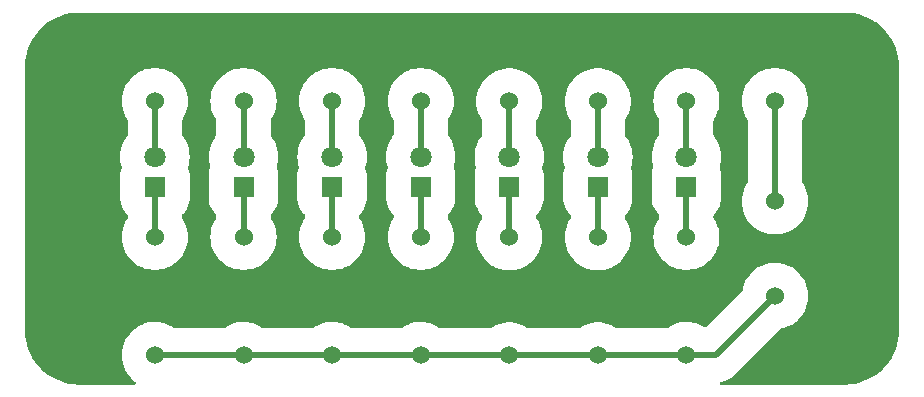
<source format=gbr>
%TF.GenerationSoftware,KiCad,Pcbnew,8.0.1-rc1*%
%TF.CreationDate,2024-04-18T22:38:37-05:00*%
%TF.ProjectId,Emotion LED,456d6f74-696f-46e2-904c-45442e6b6963,rev?*%
%TF.SameCoordinates,Original*%
%TF.FileFunction,Copper,L2,Bot*%
%TF.FilePolarity,Positive*%
%FSLAX46Y46*%
G04 Gerber Fmt 4.6, Leading zero omitted, Abs format (unit mm)*
G04 Created by KiCad (PCBNEW 8.0.1-rc1) date 2024-04-18 22:38:37*
%MOMM*%
%LPD*%
G01*
G04 APERTURE LIST*
%TA.AperFunction,ComponentPad*%
%ADD10C,1.524000*%
%TD*%
%TA.AperFunction,ComponentPad*%
%ADD11C,1.800000*%
%TD*%
%TA.AperFunction,ComponentPad*%
%ADD12R,1.800000X1.800000*%
%TD*%
%TA.AperFunction,Conductor*%
%ADD13C,0.508000*%
%TD*%
G04 APERTURE END LIST*
D10*
%TO.P,,1*%
%TO.N,N/C*%
X99500000Y-42000000D03*
%TD*%
%TO.P,,1*%
%TO.N,N/C*%
X99500000Y-50000000D03*
%TD*%
%TO.P,REF\u002A\u002A,1*%
%TO.N,N/C*%
X47000000Y-45000000D03*
%TO.P,REF\u002A\u002A,2*%
X47000000Y-55000000D03*
%TD*%
D11*
%TO.P,REF\u002A\u002A,2*%
%TO.N,N/C*%
X77000000Y-38235000D03*
D12*
%TO.P,REF\u002A\u002A,1*%
X77000000Y-40775000D03*
%TD*%
D10*
%TO.P,REF\u002A\u002A,2*%
%TO.N,N/C*%
X84500000Y-55025000D03*
%TO.P,REF\u002A\u002A,1*%
X84500000Y-45025000D03*
%TD*%
%TO.P,REF\u002A\u002A,2*%
%TO.N,N/C*%
X69500000Y-55000000D03*
%TO.P,REF\u002A\u002A,1*%
X69500000Y-45000000D03*
%TD*%
D11*
%TO.P,REF\u002A\u002A,2*%
%TO.N,N/C*%
X84500000Y-38235000D03*
D12*
%TO.P,REF\u002A\u002A,1*%
X84500000Y-40775000D03*
%TD*%
%TO.P,REF\u002A\u002A,1*%
%TO.N,N/C*%
X47000000Y-40750000D03*
D11*
%TO.P,REF\u002A\u002A,2*%
X47000000Y-38210000D03*
%TD*%
D10*
%TO.P,REF\u002A\u002A,2*%
%TO.N,N/C*%
X62000000Y-55000000D03*
%TO.P,REF\u002A\u002A,1*%
X62000000Y-45000000D03*
%TD*%
%TO.P,,2*%
%TO.N,N/C*%
X99500000Y-33500000D03*
%TD*%
%TO.P,,1*%
%TO.N,N/C*%
X69500000Y-33500000D03*
%TD*%
%TO.P,,1*%
%TO.N,N/C*%
X62000000Y-33500000D03*
%TD*%
%TO.P,,1*%
%TO.N,N/C*%
X47000000Y-33500000D03*
%TD*%
D12*
%TO.P,REF\u002A\u002A,1*%
%TO.N,N/C*%
X62000000Y-40750000D03*
D11*
%TO.P,REF\u002A\u002A,2*%
X62000000Y-38210000D03*
%TD*%
D10*
%TO.P,,1*%
%TO.N,N/C*%
X84500000Y-33525000D03*
%TD*%
%TO.P,,1*%
%TO.N,N/C*%
X77000000Y-33525000D03*
%TD*%
%TO.P,,1*%
%TO.N,N/C*%
X54500000Y-33500000D03*
%TD*%
D11*
%TO.P,REF\u002A\u002A,2*%
%TO.N,N/C*%
X92000000Y-38210000D03*
D12*
%TO.P,REF\u002A\u002A,1*%
X92000000Y-40750000D03*
%TD*%
D11*
%TO.P,REF\u002A\u002A,2*%
%TO.N,N/C*%
X69500000Y-38210000D03*
D12*
%TO.P,REF\u002A\u002A,1*%
X69500000Y-40750000D03*
%TD*%
D10*
%TO.P,,1*%
%TO.N,N/C*%
X92000000Y-33500000D03*
%TD*%
D12*
%TO.P,REF\u002A\u002A,1*%
%TO.N,N/C*%
X54500000Y-40750000D03*
D11*
%TO.P,REF\u002A\u002A,2*%
X54500000Y-38210000D03*
%TD*%
D10*
%TO.P,REF\u002A\u002A,2*%
%TO.N,N/C*%
X77000000Y-55025000D03*
%TO.P,REF\u002A\u002A,1*%
X77000000Y-45025000D03*
%TD*%
%TO.P,REF\u002A\u002A,1*%
%TO.N,N/C*%
X54500000Y-45000000D03*
%TO.P,REF\u002A\u002A,2*%
X54500000Y-55000000D03*
%TD*%
%TO.P,REF\u002A\u002A,2*%
%TO.N,N/C*%
X92000000Y-55000000D03*
%TO.P,REF\u002A\u002A,1*%
X92000000Y-45000000D03*
%TD*%
D13*
%TO.N,*%
X77000000Y-33525000D02*
X77000000Y-38235000D01*
X99500000Y-33500000D02*
X99500000Y-42000000D01*
X94500000Y-55000000D02*
X99500000Y-50000000D01*
X92000000Y-55000000D02*
X94500000Y-55000000D01*
X47000000Y-55000000D02*
X92000000Y-55000000D01*
X77000000Y-40775000D02*
X77000000Y-45025000D01*
X47000000Y-40750000D02*
X47000000Y-45000000D01*
X69500000Y-40750000D02*
X69500000Y-45000000D01*
X92000000Y-38210000D02*
X92000000Y-33500000D01*
X84500000Y-40775000D02*
X84500000Y-45025000D01*
X54500000Y-38210000D02*
X54500000Y-33500000D01*
X54500000Y-40750000D02*
X54500000Y-45000000D01*
X62000000Y-38210000D02*
X62000000Y-33500000D01*
X62000000Y-40750000D02*
X62000000Y-45000000D01*
X92000000Y-40750000D02*
X92000000Y-45000000D01*
X47000000Y-38210000D02*
X47000000Y-33500000D01*
X84500000Y-38235000D02*
X84500000Y-33525000D01*
X69500000Y-38210000D02*
X69500000Y-33500000D01*
%TD*%
%TA.AperFunction,Conductor*%
%TO.N,GRD*%
G36*
X105422702Y-26000618D02*
G01*
X105435819Y-26001190D01*
X105813742Y-26017690D01*
X105824477Y-26018630D01*
X106209859Y-26069366D01*
X106220493Y-26071241D01*
X106599990Y-26155374D01*
X106610416Y-26158168D01*
X106981135Y-26275055D01*
X106991270Y-26278744D01*
X107350387Y-26427495D01*
X107360178Y-26432061D01*
X107704942Y-26611534D01*
X107714309Y-26616941D01*
X107984434Y-26789030D01*
X108042130Y-26825786D01*
X108050991Y-26831991D01*
X108359353Y-27068605D01*
X108367640Y-27075559D01*
X108654204Y-27338146D01*
X108661853Y-27345795D01*
X108924440Y-27632359D01*
X108931394Y-27640646D01*
X109168008Y-27949008D01*
X109174213Y-27957869D01*
X109383057Y-28285689D01*
X109388465Y-28295057D01*
X109567935Y-28639814D01*
X109572507Y-28649618D01*
X109721249Y-29008714D01*
X109724949Y-29018879D01*
X109841828Y-29389572D01*
X109844628Y-29400021D01*
X109928756Y-29779498D01*
X109930634Y-29790151D01*
X109981367Y-30175499D01*
X109982310Y-30186276D01*
X109999382Y-30577297D01*
X109999500Y-30582706D01*
X109999500Y-52917293D01*
X109999382Y-52922702D01*
X109982310Y-53313723D01*
X109981367Y-53324500D01*
X109930634Y-53709848D01*
X109928756Y-53720501D01*
X109844628Y-54099978D01*
X109841828Y-54110427D01*
X109724949Y-54481120D01*
X109721249Y-54491285D01*
X109572507Y-54850381D01*
X109567935Y-54860185D01*
X109388465Y-55204942D01*
X109383057Y-55214310D01*
X109174213Y-55542130D01*
X109168008Y-55550991D01*
X108931394Y-55859353D01*
X108924440Y-55867640D01*
X108661853Y-56154204D01*
X108654204Y-56161853D01*
X108367640Y-56424440D01*
X108359353Y-56431394D01*
X108050991Y-56668008D01*
X108042130Y-56674213D01*
X107714310Y-56883057D01*
X107704942Y-56888465D01*
X107360185Y-57067935D01*
X107350381Y-57072507D01*
X106991285Y-57221249D01*
X106981120Y-57224949D01*
X106610427Y-57341828D01*
X106599978Y-57344628D01*
X106220501Y-57428756D01*
X106209848Y-57430634D01*
X105824500Y-57481367D01*
X105813723Y-57482310D01*
X105422703Y-57499382D01*
X105417294Y-57499500D01*
X94923840Y-57499500D01*
X94856801Y-57479815D01*
X94811046Y-57427011D01*
X94801102Y-57357853D01*
X94830127Y-57294297D01*
X94888905Y-57256523D01*
X94907652Y-57252561D01*
X94947031Y-57247377D01*
X95236549Y-57169802D01*
X95398761Y-57102610D01*
X95513463Y-57055100D01*
X95773037Y-56905234D01*
X96010829Y-56722770D01*
X96222770Y-56510829D01*
X99949168Y-52784429D01*
X100008248Y-52751455D01*
X100302830Y-52681639D01*
X100608721Y-52570304D01*
X100608724Y-52570302D01*
X100608728Y-52570301D01*
X100899610Y-52424213D01*
X100899612Y-52424212D01*
X100899611Y-52424212D01*
X100899618Y-52424209D01*
X101171588Y-52245332D01*
X101174021Y-52243291D01*
X101269431Y-52163230D01*
X101420952Y-52036090D01*
X101644339Y-51799314D01*
X101838728Y-51538205D01*
X102001489Y-51256295D01*
X102130421Y-50957395D01*
X102223782Y-50645548D01*
X102280309Y-50324971D01*
X102299236Y-50000000D01*
X102280309Y-49675029D01*
X102223785Y-49354467D01*
X102223785Y-49354466D01*
X102223783Y-49354460D01*
X102223782Y-49354452D01*
X102130421Y-49042605D01*
X102001489Y-48743705D01*
X101838728Y-48461795D01*
X101838727Y-48461793D01*
X101644342Y-48200689D01*
X101644337Y-48200683D01*
X101536322Y-48086195D01*
X101420952Y-47963910D01*
X101420945Y-47963904D01*
X101420943Y-47963902D01*
X101171592Y-47754670D01*
X100899612Y-47575787D01*
X100899610Y-47575786D01*
X100608728Y-47429698D01*
X100608722Y-47429696D01*
X100302831Y-47318361D01*
X100302829Y-47318360D01*
X100061151Y-47261082D01*
X99986082Y-47243291D01*
X99662761Y-47205500D01*
X99337239Y-47205500D01*
X99013918Y-47243291D01*
X98697170Y-47318360D01*
X98697168Y-47318361D01*
X98391277Y-47429696D01*
X98391271Y-47429698D01*
X98100389Y-47575786D01*
X98100387Y-47575787D01*
X97828407Y-47754670D01*
X97579056Y-47963902D01*
X97579046Y-47963912D01*
X97355662Y-48200683D01*
X97355657Y-48200689D01*
X97161272Y-48461793D01*
X96998513Y-48743700D01*
X96998507Y-48743713D01*
X96869578Y-49042605D01*
X96776217Y-49354455D01*
X96776214Y-49354467D01*
X96753949Y-49480737D01*
X96722922Y-49543340D01*
X96719514Y-49546885D01*
X93646582Y-52619817D01*
X93585259Y-52653302D01*
X93515567Y-52648318D01*
X93490762Y-52635737D01*
X93399612Y-52575787D01*
X93399610Y-52575786D01*
X93108728Y-52429698D01*
X93108722Y-52429696D01*
X92802831Y-52318361D01*
X92802829Y-52318360D01*
X92561151Y-52261082D01*
X92486082Y-52243291D01*
X92162761Y-52205500D01*
X91837239Y-52205500D01*
X91513918Y-52243291D01*
X91197170Y-52318360D01*
X91197168Y-52318361D01*
X90891277Y-52429696D01*
X90891271Y-52429698D01*
X90600389Y-52575786D01*
X90600387Y-52575787D01*
X90422020Y-52693101D01*
X90355192Y-52713493D01*
X90353881Y-52713500D01*
X86108108Y-52713500D01*
X86041069Y-52693815D01*
X86039969Y-52693101D01*
X85899612Y-52600787D01*
X85899610Y-52600786D01*
X85608728Y-52454698D01*
X85608722Y-52454696D01*
X85302831Y-52343361D01*
X85302829Y-52343360D01*
X85061151Y-52286082D01*
X84986082Y-52268291D01*
X84662761Y-52230500D01*
X84337239Y-52230500D01*
X84013918Y-52268291D01*
X83697170Y-52343360D01*
X83697168Y-52343361D01*
X83391277Y-52454696D01*
X83391271Y-52454698D01*
X83100389Y-52600786D01*
X83100387Y-52600787D01*
X82960031Y-52693101D01*
X82893203Y-52713493D01*
X82891892Y-52713500D01*
X78608108Y-52713500D01*
X78541069Y-52693815D01*
X78539969Y-52693101D01*
X78399612Y-52600787D01*
X78399610Y-52600786D01*
X78108728Y-52454698D01*
X78108722Y-52454696D01*
X77802831Y-52343361D01*
X77802829Y-52343360D01*
X77561151Y-52286082D01*
X77486082Y-52268291D01*
X77162761Y-52230500D01*
X76837239Y-52230500D01*
X76513918Y-52268291D01*
X76197170Y-52343360D01*
X76197168Y-52343361D01*
X75891277Y-52454696D01*
X75891271Y-52454698D01*
X75600389Y-52600786D01*
X75600387Y-52600787D01*
X75460031Y-52693101D01*
X75393203Y-52713493D01*
X75391892Y-52713500D01*
X71146119Y-52713500D01*
X71079080Y-52693815D01*
X71077980Y-52693101D01*
X70899612Y-52575787D01*
X70899610Y-52575786D01*
X70608728Y-52429698D01*
X70608722Y-52429696D01*
X70302831Y-52318361D01*
X70302829Y-52318360D01*
X70061151Y-52261082D01*
X69986082Y-52243291D01*
X69662761Y-52205500D01*
X69337239Y-52205500D01*
X69013918Y-52243291D01*
X68697170Y-52318360D01*
X68697168Y-52318361D01*
X68391277Y-52429696D01*
X68391271Y-52429698D01*
X68100389Y-52575786D01*
X68100387Y-52575787D01*
X67922020Y-52693101D01*
X67855192Y-52713493D01*
X67853881Y-52713500D01*
X63646119Y-52713500D01*
X63579080Y-52693815D01*
X63577980Y-52693101D01*
X63399612Y-52575787D01*
X63399610Y-52575786D01*
X63108728Y-52429698D01*
X63108722Y-52429696D01*
X62802831Y-52318361D01*
X62802829Y-52318360D01*
X62561151Y-52261082D01*
X62486082Y-52243291D01*
X62162761Y-52205500D01*
X61837239Y-52205500D01*
X61513918Y-52243291D01*
X61197170Y-52318360D01*
X61197168Y-52318361D01*
X60891277Y-52429696D01*
X60891271Y-52429698D01*
X60600389Y-52575786D01*
X60600387Y-52575787D01*
X60422020Y-52693101D01*
X60355192Y-52713493D01*
X60353881Y-52713500D01*
X56146119Y-52713500D01*
X56079080Y-52693815D01*
X56077980Y-52693101D01*
X55899612Y-52575787D01*
X55899610Y-52575786D01*
X55608728Y-52429698D01*
X55608722Y-52429696D01*
X55302831Y-52318361D01*
X55302829Y-52318360D01*
X55061151Y-52261082D01*
X54986082Y-52243291D01*
X54662761Y-52205500D01*
X54337239Y-52205500D01*
X54013918Y-52243291D01*
X53697170Y-52318360D01*
X53697168Y-52318361D01*
X53391277Y-52429696D01*
X53391271Y-52429698D01*
X53100389Y-52575786D01*
X53100387Y-52575787D01*
X52922020Y-52693101D01*
X52855192Y-52713493D01*
X52853881Y-52713500D01*
X48646119Y-52713500D01*
X48579080Y-52693815D01*
X48577980Y-52693101D01*
X48399612Y-52575787D01*
X48399610Y-52575786D01*
X48108728Y-52429698D01*
X48108722Y-52429696D01*
X47802831Y-52318361D01*
X47802829Y-52318360D01*
X47561151Y-52261082D01*
X47486082Y-52243291D01*
X47162761Y-52205500D01*
X46837239Y-52205500D01*
X46513918Y-52243291D01*
X46197170Y-52318360D01*
X46197168Y-52318361D01*
X45891277Y-52429696D01*
X45891271Y-52429698D01*
X45600389Y-52575786D01*
X45600387Y-52575787D01*
X45328407Y-52754670D01*
X45079056Y-52963902D01*
X45079046Y-52963912D01*
X44855662Y-53200683D01*
X44855657Y-53200689D01*
X44661272Y-53461793D01*
X44498513Y-53743700D01*
X44498507Y-53743713D01*
X44369578Y-54042605D01*
X44276217Y-54354455D01*
X44276214Y-54354466D01*
X44219692Y-54675020D01*
X44219691Y-54675028D01*
X44200764Y-54999996D01*
X44200764Y-55000003D01*
X44219691Y-55324971D01*
X44219692Y-55324979D01*
X44276214Y-55645533D01*
X44276217Y-55645544D01*
X44369578Y-55957394D01*
X44498507Y-56256286D01*
X44498513Y-56256299D01*
X44661272Y-56538206D01*
X44855657Y-56799310D01*
X44855662Y-56799316D01*
X44955595Y-56905238D01*
X45079048Y-57036090D01*
X45079054Y-57036095D01*
X45079056Y-57036097D01*
X45328409Y-57245330D01*
X45328417Y-57245336D01*
X45368805Y-57271900D01*
X45413999Y-57325185D01*
X45423210Y-57394445D01*
X45393515Y-57457690D01*
X45334340Y-57494840D01*
X45300666Y-57499500D01*
X40582706Y-57499500D01*
X40577297Y-57499382D01*
X40186276Y-57482310D01*
X40175501Y-57481367D01*
X40086792Y-57469688D01*
X39790151Y-57430634D01*
X39779498Y-57428756D01*
X39400021Y-57344628D01*
X39389572Y-57341828D01*
X39018879Y-57224949D01*
X39008714Y-57221249D01*
X38649618Y-57072507D01*
X38639814Y-57067935D01*
X38295057Y-56888465D01*
X38285689Y-56883057D01*
X37957869Y-56674213D01*
X37949008Y-56668008D01*
X37640646Y-56431394D01*
X37632359Y-56424440D01*
X37345795Y-56161853D01*
X37338146Y-56154204D01*
X37075559Y-55867640D01*
X37068605Y-55859353D01*
X36831991Y-55550991D01*
X36825786Y-55542130D01*
X36616942Y-55214310D01*
X36611534Y-55204942D01*
X36504849Y-55000003D01*
X36432061Y-54860178D01*
X36427492Y-54850381D01*
X36278744Y-54491270D01*
X36275055Y-54481135D01*
X36158168Y-54110416D01*
X36155374Y-54099990D01*
X36071241Y-53720493D01*
X36069365Y-53709848D01*
X36018630Y-53324477D01*
X36017690Y-53313742D01*
X36000618Y-52922701D01*
X36000500Y-52917293D01*
X36000500Y-38210003D01*
X44062530Y-38210003D01*
X44082392Y-38551019D01*
X44082393Y-38551030D01*
X44141707Y-38887417D01*
X44141709Y-38887425D01*
X44193887Y-39061711D01*
X44194256Y-39131580D01*
X44193678Y-39133529D01*
X44114756Y-39391673D01*
X44070290Y-39672415D01*
X44070289Y-39672427D01*
X44067500Y-39736324D01*
X44067500Y-41763675D01*
X44070289Y-41827572D01*
X44070290Y-41827584D01*
X44114756Y-42108326D01*
X44197863Y-42380159D01*
X44317994Y-42637780D01*
X44317997Y-42637785D01*
X44472805Y-42876169D01*
X44472811Y-42876177D01*
X44659298Y-43090707D01*
X44670850Y-43100748D01*
X44708532Y-43159585D01*
X44713500Y-43194333D01*
X44713500Y-43350551D01*
X44693815Y-43417590D01*
X44688964Y-43424598D01*
X44661269Y-43461798D01*
X44661269Y-43461799D01*
X44498513Y-43743700D01*
X44498507Y-43743713D01*
X44369578Y-44042605D01*
X44276217Y-44354455D01*
X44276214Y-44354466D01*
X44219692Y-44675020D01*
X44219691Y-44675028D01*
X44200764Y-44999996D01*
X44200764Y-45000003D01*
X44219691Y-45324971D01*
X44219692Y-45324979D01*
X44276214Y-45645533D01*
X44276217Y-45645544D01*
X44369578Y-45957394D01*
X44498507Y-46256286D01*
X44498513Y-46256299D01*
X44661272Y-46538206D01*
X44855657Y-46799310D01*
X44855662Y-46799316D01*
X44879247Y-46824314D01*
X45079048Y-47036090D01*
X45079054Y-47036095D01*
X45079056Y-47036097D01*
X45328407Y-47245329D01*
X45600387Y-47424212D01*
X45600389Y-47424213D01*
X45891271Y-47570301D01*
X45891277Y-47570303D01*
X45891279Y-47570304D01*
X46197170Y-47681639D01*
X46513918Y-47756709D01*
X46837239Y-47794500D01*
X46837246Y-47794500D01*
X47162754Y-47794500D01*
X47162761Y-47794500D01*
X47486082Y-47756709D01*
X47802830Y-47681639D01*
X48108721Y-47570304D01*
X48108724Y-47570302D01*
X48108728Y-47570301D01*
X48399610Y-47424213D01*
X48399612Y-47424212D01*
X48399611Y-47424212D01*
X48399618Y-47424209D01*
X48671588Y-47245332D01*
X48674021Y-47243291D01*
X48769431Y-47163230D01*
X48920952Y-47036090D01*
X49144339Y-46799314D01*
X49338728Y-46538205D01*
X49501489Y-46256295D01*
X49630421Y-45957395D01*
X49723782Y-45645548D01*
X49780309Y-45324971D01*
X49799236Y-45000000D01*
X49780309Y-44675029D01*
X49736083Y-44424212D01*
X49723785Y-44354466D01*
X49723783Y-44354460D01*
X49723782Y-44354452D01*
X49630421Y-44042605D01*
X49501489Y-43743705D01*
X49338728Y-43461795D01*
X49311035Y-43424597D01*
X49286793Y-43359069D01*
X49286500Y-43350551D01*
X49286500Y-43194333D01*
X49306185Y-43127294D01*
X49329150Y-43100748D01*
X49340701Y-43090707D01*
X49340704Y-43090704D01*
X49527190Y-42876176D01*
X49682005Y-42637782D01*
X49802136Y-42380161D01*
X49885243Y-42108329D01*
X49929710Y-41827577D01*
X49932500Y-41763674D01*
X49932500Y-39736326D01*
X49929710Y-39672423D01*
X49889203Y-39416676D01*
X49885244Y-39391676D01*
X49885243Y-39391673D01*
X49885243Y-39391671D01*
X49806319Y-39133524D01*
X49805544Y-39063664D01*
X49806072Y-39061842D01*
X49858290Y-38887427D01*
X49917608Y-38551019D01*
X49937470Y-38210003D01*
X51562530Y-38210003D01*
X51582392Y-38551019D01*
X51582393Y-38551030D01*
X51641707Y-38887417D01*
X51641709Y-38887425D01*
X51693887Y-39061711D01*
X51694256Y-39131580D01*
X51693678Y-39133529D01*
X51614756Y-39391673D01*
X51570290Y-39672415D01*
X51570289Y-39672427D01*
X51567500Y-39736324D01*
X51567500Y-41763675D01*
X51570289Y-41827572D01*
X51570290Y-41827584D01*
X51614756Y-42108326D01*
X51697863Y-42380159D01*
X51817994Y-42637780D01*
X51817997Y-42637785D01*
X51972805Y-42876169D01*
X51972811Y-42876177D01*
X52159298Y-43090707D01*
X52170850Y-43100748D01*
X52208532Y-43159585D01*
X52213500Y-43194333D01*
X52213500Y-43350551D01*
X52193815Y-43417590D01*
X52188964Y-43424598D01*
X52161269Y-43461798D01*
X52161269Y-43461799D01*
X51998513Y-43743700D01*
X51998507Y-43743713D01*
X51869578Y-44042605D01*
X51776217Y-44354455D01*
X51776214Y-44354466D01*
X51719692Y-44675020D01*
X51719691Y-44675028D01*
X51700764Y-44999996D01*
X51700764Y-45000003D01*
X51719691Y-45324971D01*
X51719692Y-45324979D01*
X51776214Y-45645533D01*
X51776217Y-45645544D01*
X51869578Y-45957394D01*
X51998507Y-46256286D01*
X51998513Y-46256299D01*
X52161272Y-46538206D01*
X52355657Y-46799310D01*
X52355662Y-46799316D01*
X52379247Y-46824314D01*
X52579048Y-47036090D01*
X52579054Y-47036095D01*
X52579056Y-47036097D01*
X52828407Y-47245329D01*
X53100387Y-47424212D01*
X53100389Y-47424213D01*
X53391271Y-47570301D01*
X53391277Y-47570303D01*
X53391279Y-47570304D01*
X53697170Y-47681639D01*
X54013918Y-47756709D01*
X54337239Y-47794500D01*
X54337246Y-47794500D01*
X54662754Y-47794500D01*
X54662761Y-47794500D01*
X54986082Y-47756709D01*
X55302830Y-47681639D01*
X55608721Y-47570304D01*
X55608724Y-47570302D01*
X55608728Y-47570301D01*
X55899610Y-47424213D01*
X55899612Y-47424212D01*
X55899611Y-47424212D01*
X55899618Y-47424209D01*
X56171588Y-47245332D01*
X56174021Y-47243291D01*
X56269431Y-47163230D01*
X56420952Y-47036090D01*
X56644339Y-46799314D01*
X56838728Y-46538205D01*
X57001489Y-46256295D01*
X57130421Y-45957395D01*
X57223782Y-45645548D01*
X57280309Y-45324971D01*
X57299236Y-45000000D01*
X57280309Y-44675029D01*
X57236083Y-44424212D01*
X57223785Y-44354466D01*
X57223783Y-44354460D01*
X57223782Y-44354452D01*
X57130421Y-44042605D01*
X57001489Y-43743705D01*
X56838728Y-43461795D01*
X56811035Y-43424597D01*
X56786793Y-43359069D01*
X56786500Y-43350551D01*
X56786500Y-43194333D01*
X56806185Y-43127294D01*
X56829150Y-43100748D01*
X56840701Y-43090707D01*
X56840704Y-43090704D01*
X57027190Y-42876176D01*
X57182005Y-42637782D01*
X57302136Y-42380161D01*
X57385243Y-42108329D01*
X57429710Y-41827577D01*
X57432500Y-41763674D01*
X57432500Y-39736326D01*
X57429710Y-39672423D01*
X57389203Y-39416676D01*
X57385244Y-39391676D01*
X57385243Y-39391673D01*
X57385243Y-39391671D01*
X57306319Y-39133524D01*
X57305544Y-39063664D01*
X57306072Y-39061842D01*
X57358290Y-38887427D01*
X57417608Y-38551019D01*
X57437470Y-38210003D01*
X59062530Y-38210003D01*
X59082392Y-38551019D01*
X59082393Y-38551030D01*
X59141707Y-38887417D01*
X59141709Y-38887425D01*
X59193887Y-39061711D01*
X59194256Y-39131580D01*
X59193678Y-39133529D01*
X59114756Y-39391673D01*
X59070290Y-39672415D01*
X59070289Y-39672427D01*
X59067500Y-39736324D01*
X59067500Y-41763675D01*
X59070289Y-41827572D01*
X59070290Y-41827584D01*
X59114756Y-42108326D01*
X59197863Y-42380159D01*
X59317994Y-42637780D01*
X59317997Y-42637785D01*
X59472805Y-42876169D01*
X59472811Y-42876177D01*
X59659298Y-43090707D01*
X59670850Y-43100748D01*
X59708532Y-43159585D01*
X59713500Y-43194333D01*
X59713500Y-43350551D01*
X59693815Y-43417590D01*
X59688964Y-43424598D01*
X59661269Y-43461798D01*
X59661269Y-43461799D01*
X59498513Y-43743700D01*
X59498507Y-43743713D01*
X59369578Y-44042605D01*
X59276217Y-44354455D01*
X59276214Y-44354466D01*
X59219692Y-44675020D01*
X59219691Y-44675028D01*
X59200764Y-44999996D01*
X59200764Y-45000003D01*
X59219691Y-45324971D01*
X59219692Y-45324979D01*
X59276214Y-45645533D01*
X59276217Y-45645544D01*
X59369578Y-45957394D01*
X59498507Y-46256286D01*
X59498513Y-46256299D01*
X59661272Y-46538206D01*
X59855657Y-46799310D01*
X59855662Y-46799316D01*
X59879247Y-46824314D01*
X60079048Y-47036090D01*
X60079054Y-47036095D01*
X60079056Y-47036097D01*
X60328407Y-47245329D01*
X60600387Y-47424212D01*
X60600389Y-47424213D01*
X60891271Y-47570301D01*
X60891277Y-47570303D01*
X60891279Y-47570304D01*
X61197170Y-47681639D01*
X61513918Y-47756709D01*
X61837239Y-47794500D01*
X61837246Y-47794500D01*
X62162754Y-47794500D01*
X62162761Y-47794500D01*
X62486082Y-47756709D01*
X62802830Y-47681639D01*
X63108721Y-47570304D01*
X63108724Y-47570302D01*
X63108728Y-47570301D01*
X63399610Y-47424213D01*
X63399612Y-47424212D01*
X63399611Y-47424212D01*
X63399618Y-47424209D01*
X63671588Y-47245332D01*
X63674021Y-47243291D01*
X63769431Y-47163230D01*
X63920952Y-47036090D01*
X64144339Y-46799314D01*
X64338728Y-46538205D01*
X64501489Y-46256295D01*
X64630421Y-45957395D01*
X64723782Y-45645548D01*
X64780309Y-45324971D01*
X64799236Y-45000000D01*
X64780309Y-44675029D01*
X64736083Y-44424212D01*
X64723785Y-44354466D01*
X64723783Y-44354460D01*
X64723782Y-44354452D01*
X64630421Y-44042605D01*
X64501489Y-43743705D01*
X64338728Y-43461795D01*
X64311035Y-43424597D01*
X64286793Y-43359069D01*
X64286500Y-43350551D01*
X64286500Y-43194333D01*
X64306185Y-43127294D01*
X64329150Y-43100748D01*
X64340701Y-43090707D01*
X64340704Y-43090704D01*
X64527190Y-42876176D01*
X64682005Y-42637782D01*
X64802136Y-42380161D01*
X64885243Y-42108329D01*
X64929710Y-41827577D01*
X64932500Y-41763674D01*
X64932500Y-39736326D01*
X64929710Y-39672423D01*
X64889203Y-39416676D01*
X64885244Y-39391676D01*
X64885243Y-39391673D01*
X64885243Y-39391671D01*
X64806319Y-39133524D01*
X64805544Y-39063664D01*
X64806072Y-39061842D01*
X64858290Y-38887427D01*
X64917608Y-38551019D01*
X64937470Y-38210003D01*
X66562530Y-38210003D01*
X66582392Y-38551019D01*
X66582393Y-38551030D01*
X66641707Y-38887417D01*
X66641709Y-38887425D01*
X66693887Y-39061711D01*
X66694256Y-39131580D01*
X66693678Y-39133529D01*
X66614756Y-39391673D01*
X66570290Y-39672415D01*
X66570289Y-39672427D01*
X66567500Y-39736324D01*
X66567500Y-41763675D01*
X66570289Y-41827572D01*
X66570290Y-41827584D01*
X66614756Y-42108326D01*
X66697863Y-42380159D01*
X66817994Y-42637780D01*
X66817997Y-42637785D01*
X66972805Y-42876169D01*
X66972811Y-42876177D01*
X67159298Y-43090707D01*
X67170850Y-43100748D01*
X67208532Y-43159585D01*
X67213500Y-43194333D01*
X67213500Y-43350551D01*
X67193815Y-43417590D01*
X67188964Y-43424598D01*
X67161269Y-43461798D01*
X67161269Y-43461799D01*
X66998513Y-43743700D01*
X66998507Y-43743713D01*
X66869578Y-44042605D01*
X66776217Y-44354455D01*
X66776214Y-44354466D01*
X66719692Y-44675020D01*
X66719691Y-44675028D01*
X66700764Y-44999996D01*
X66700764Y-45000003D01*
X66719691Y-45324971D01*
X66719692Y-45324979D01*
X66776214Y-45645533D01*
X66776217Y-45645544D01*
X66869578Y-45957394D01*
X66998507Y-46256286D01*
X66998513Y-46256299D01*
X67161272Y-46538206D01*
X67355657Y-46799310D01*
X67355662Y-46799316D01*
X67379247Y-46824314D01*
X67579048Y-47036090D01*
X67579054Y-47036095D01*
X67579056Y-47036097D01*
X67828407Y-47245329D01*
X68100387Y-47424212D01*
X68100389Y-47424213D01*
X68391271Y-47570301D01*
X68391277Y-47570303D01*
X68391279Y-47570304D01*
X68697170Y-47681639D01*
X69013918Y-47756709D01*
X69337239Y-47794500D01*
X69337246Y-47794500D01*
X69662754Y-47794500D01*
X69662761Y-47794500D01*
X69986082Y-47756709D01*
X70302830Y-47681639D01*
X70608721Y-47570304D01*
X70608724Y-47570302D01*
X70608728Y-47570301D01*
X70899610Y-47424213D01*
X70899612Y-47424212D01*
X70899611Y-47424212D01*
X70899618Y-47424209D01*
X71171588Y-47245332D01*
X71174021Y-47243291D01*
X71269431Y-47163230D01*
X71420952Y-47036090D01*
X71644339Y-46799314D01*
X71838728Y-46538205D01*
X72001489Y-46256295D01*
X72130421Y-45957395D01*
X72223782Y-45645548D01*
X72280309Y-45324971D01*
X72299236Y-45000000D01*
X72280309Y-44675029D01*
X72236083Y-44424212D01*
X72223785Y-44354466D01*
X72223783Y-44354460D01*
X72223782Y-44354452D01*
X72130421Y-44042605D01*
X72001489Y-43743705D01*
X71838728Y-43461795D01*
X71811035Y-43424597D01*
X71786793Y-43359069D01*
X71786500Y-43350551D01*
X71786500Y-43194333D01*
X71806185Y-43127294D01*
X71829150Y-43100748D01*
X71840701Y-43090707D01*
X71840704Y-43090704D01*
X72027190Y-42876176D01*
X72182005Y-42637782D01*
X72302136Y-42380161D01*
X72385243Y-42108329D01*
X72429710Y-41827577D01*
X72432500Y-41763674D01*
X72432500Y-39736326D01*
X72429710Y-39672423D01*
X72389203Y-39416676D01*
X72385244Y-39391676D01*
X72385243Y-39391673D01*
X72385243Y-39391671D01*
X72306319Y-39133524D01*
X72305544Y-39063664D01*
X72306072Y-39061842D01*
X72358290Y-38887427D01*
X72417608Y-38551019D01*
X72436014Y-38235003D01*
X74062530Y-38235003D01*
X74082392Y-38576019D01*
X74082393Y-38576030D01*
X74141707Y-38912417D01*
X74141709Y-38912425D01*
X74193887Y-39086711D01*
X74194256Y-39156580D01*
X74193678Y-39158529D01*
X74114756Y-39416673D01*
X74070290Y-39697415D01*
X74070289Y-39697427D01*
X74067500Y-39761324D01*
X74067500Y-41788675D01*
X74070289Y-41852572D01*
X74070290Y-41852584D01*
X74114756Y-42133326D01*
X74197863Y-42405159D01*
X74317994Y-42662780D01*
X74317997Y-42662785D01*
X74472805Y-42901169D01*
X74472811Y-42901177D01*
X74659298Y-43115707D01*
X74670850Y-43125748D01*
X74708532Y-43184585D01*
X74713500Y-43219333D01*
X74713500Y-43375551D01*
X74693815Y-43442590D01*
X74688964Y-43449598D01*
X74661269Y-43486798D01*
X74661269Y-43486799D01*
X74498513Y-43768700D01*
X74498507Y-43768713D01*
X74369578Y-44067605D01*
X74276217Y-44379455D01*
X74276214Y-44379466D01*
X74219692Y-44700020D01*
X74219691Y-44700028D01*
X74200764Y-45024996D01*
X74200764Y-45025003D01*
X74219691Y-45349971D01*
X74219692Y-45349979D01*
X74276214Y-45670533D01*
X74276217Y-45670544D01*
X74369578Y-45982394D01*
X74498507Y-46281286D01*
X74498513Y-46281299D01*
X74661272Y-46563206D01*
X74855657Y-46824310D01*
X74855662Y-46824316D01*
X74971031Y-46946599D01*
X75079048Y-47061090D01*
X75079054Y-47061095D01*
X75079056Y-47061097D01*
X75328407Y-47270329D01*
X75328412Y-47270332D01*
X75562377Y-47424213D01*
X75600387Y-47449212D01*
X75600389Y-47449213D01*
X75891271Y-47595301D01*
X75891277Y-47595303D01*
X75891279Y-47595304D01*
X76197170Y-47706639D01*
X76513918Y-47781709D01*
X76837239Y-47819500D01*
X76837246Y-47819500D01*
X77162754Y-47819500D01*
X77162761Y-47819500D01*
X77486082Y-47781709D01*
X77802830Y-47706639D01*
X78108721Y-47595304D01*
X78108724Y-47595302D01*
X78108728Y-47595301D01*
X78399610Y-47449213D01*
X78399612Y-47449212D01*
X78399611Y-47449212D01*
X78399618Y-47449209D01*
X78671588Y-47270332D01*
X78701386Y-47245329D01*
X78769431Y-47188230D01*
X78920952Y-47061090D01*
X79144339Y-46824314D01*
X79338728Y-46563205D01*
X79501489Y-46281295D01*
X79630421Y-45982395D01*
X79723782Y-45670548D01*
X79728191Y-45645548D01*
X79745034Y-45550018D01*
X79780309Y-45349971D01*
X79799236Y-45025000D01*
X79780309Y-44700029D01*
X79731675Y-44424213D01*
X79723785Y-44379466D01*
X79723783Y-44379460D01*
X79723782Y-44379452D01*
X79630421Y-44067605D01*
X79501489Y-43768705D01*
X79338728Y-43486795D01*
X79311035Y-43449597D01*
X79286793Y-43384069D01*
X79286500Y-43375551D01*
X79286500Y-43219333D01*
X79306185Y-43152294D01*
X79329150Y-43125748D01*
X79340701Y-43115707D01*
X79353705Y-43100748D01*
X79527190Y-42901176D01*
X79682005Y-42662782D01*
X79802136Y-42405161D01*
X79885243Y-42133329D01*
X79929710Y-41852577D01*
X79932500Y-41788674D01*
X79932500Y-39761326D01*
X79929710Y-39697423D01*
X79925750Y-39672423D01*
X79885244Y-39416676D01*
X79885243Y-39416673D01*
X79885243Y-39416671D01*
X79806319Y-39158524D01*
X79805544Y-39088664D01*
X79806072Y-39086842D01*
X79858290Y-38912427D01*
X79917608Y-38576019D01*
X79937470Y-38235003D01*
X81562530Y-38235003D01*
X81582392Y-38576019D01*
X81582393Y-38576030D01*
X81641707Y-38912417D01*
X81641709Y-38912425D01*
X81693887Y-39086711D01*
X81694256Y-39156580D01*
X81693678Y-39158529D01*
X81614756Y-39416673D01*
X81570290Y-39697415D01*
X81570289Y-39697427D01*
X81567500Y-39761324D01*
X81567500Y-41788675D01*
X81570289Y-41852572D01*
X81570290Y-41852584D01*
X81614756Y-42133326D01*
X81697863Y-42405159D01*
X81817994Y-42662780D01*
X81817997Y-42662785D01*
X81972805Y-42901169D01*
X81972811Y-42901177D01*
X82159298Y-43115707D01*
X82170850Y-43125748D01*
X82208532Y-43184585D01*
X82213500Y-43219333D01*
X82213500Y-43375551D01*
X82193815Y-43442590D01*
X82188964Y-43449598D01*
X82161269Y-43486798D01*
X82161269Y-43486799D01*
X81998513Y-43768700D01*
X81998507Y-43768713D01*
X81869578Y-44067605D01*
X81776217Y-44379455D01*
X81776214Y-44379466D01*
X81719692Y-44700020D01*
X81719691Y-44700028D01*
X81700764Y-45024996D01*
X81700764Y-45025003D01*
X81719691Y-45349971D01*
X81719692Y-45349979D01*
X81776214Y-45670533D01*
X81776217Y-45670544D01*
X81869578Y-45982394D01*
X81998507Y-46281286D01*
X81998513Y-46281299D01*
X82161272Y-46563206D01*
X82355657Y-46824310D01*
X82355662Y-46824316D01*
X82471031Y-46946599D01*
X82579048Y-47061090D01*
X82579054Y-47061095D01*
X82579056Y-47061097D01*
X82828407Y-47270329D01*
X82828412Y-47270332D01*
X83062377Y-47424213D01*
X83100387Y-47449212D01*
X83100389Y-47449213D01*
X83391271Y-47595301D01*
X83391277Y-47595303D01*
X83391279Y-47595304D01*
X83697170Y-47706639D01*
X84013918Y-47781709D01*
X84337239Y-47819500D01*
X84337246Y-47819500D01*
X84662754Y-47819500D01*
X84662761Y-47819500D01*
X84986082Y-47781709D01*
X85302830Y-47706639D01*
X85608721Y-47595304D01*
X85608724Y-47595302D01*
X85608728Y-47595301D01*
X85899610Y-47449213D01*
X85899612Y-47449212D01*
X85899611Y-47449212D01*
X85899618Y-47449209D01*
X86171588Y-47270332D01*
X86201386Y-47245329D01*
X86269431Y-47188230D01*
X86420952Y-47061090D01*
X86644339Y-46824314D01*
X86838728Y-46563205D01*
X87001489Y-46281295D01*
X87130421Y-45982395D01*
X87223782Y-45670548D01*
X87228191Y-45645548D01*
X87245034Y-45550018D01*
X87280309Y-45349971D01*
X87299236Y-45025000D01*
X87280309Y-44700029D01*
X87231675Y-44424213D01*
X87223785Y-44379466D01*
X87223783Y-44379460D01*
X87223782Y-44379452D01*
X87130421Y-44067605D01*
X87001489Y-43768705D01*
X86838728Y-43486795D01*
X86811035Y-43449597D01*
X86786793Y-43384069D01*
X86786500Y-43375551D01*
X86786500Y-43219333D01*
X86806185Y-43152294D01*
X86829150Y-43125748D01*
X86840701Y-43115707D01*
X86853705Y-43100748D01*
X87027190Y-42901176D01*
X87182005Y-42662782D01*
X87302136Y-42405161D01*
X87385243Y-42133329D01*
X87429710Y-41852577D01*
X87432500Y-41788674D01*
X87432500Y-39761326D01*
X87429710Y-39697423D01*
X87425750Y-39672423D01*
X87385244Y-39416676D01*
X87385243Y-39416673D01*
X87385243Y-39416671D01*
X87306319Y-39158524D01*
X87305544Y-39088664D01*
X87306072Y-39086842D01*
X87358290Y-38912427D01*
X87417608Y-38576019D01*
X87437470Y-38235000D01*
X87436014Y-38210003D01*
X89062530Y-38210003D01*
X89082392Y-38551019D01*
X89082393Y-38551030D01*
X89141707Y-38887417D01*
X89141709Y-38887425D01*
X89193887Y-39061711D01*
X89194256Y-39131580D01*
X89193678Y-39133529D01*
X89114756Y-39391673D01*
X89070290Y-39672415D01*
X89070289Y-39672427D01*
X89067500Y-39736324D01*
X89067500Y-41763675D01*
X89070289Y-41827572D01*
X89070290Y-41827584D01*
X89114756Y-42108326D01*
X89197863Y-42380159D01*
X89317994Y-42637780D01*
X89317997Y-42637785D01*
X89472805Y-42876169D01*
X89472811Y-42876177D01*
X89659298Y-43090707D01*
X89670850Y-43100748D01*
X89708532Y-43159585D01*
X89713500Y-43194333D01*
X89713500Y-43350551D01*
X89693815Y-43417590D01*
X89688964Y-43424598D01*
X89661269Y-43461798D01*
X89661269Y-43461799D01*
X89498513Y-43743700D01*
X89498507Y-43743713D01*
X89369578Y-44042605D01*
X89276217Y-44354455D01*
X89276214Y-44354466D01*
X89219692Y-44675020D01*
X89219691Y-44675028D01*
X89200764Y-44999996D01*
X89200764Y-45000003D01*
X89219691Y-45324971D01*
X89219692Y-45324979D01*
X89276214Y-45645533D01*
X89276217Y-45645544D01*
X89369578Y-45957394D01*
X89498507Y-46256286D01*
X89498513Y-46256299D01*
X89661272Y-46538206D01*
X89855657Y-46799310D01*
X89855662Y-46799316D01*
X89879247Y-46824314D01*
X90079048Y-47036090D01*
X90079054Y-47036095D01*
X90079056Y-47036097D01*
X90328407Y-47245329D01*
X90600387Y-47424212D01*
X90600389Y-47424213D01*
X90891271Y-47570301D01*
X90891277Y-47570303D01*
X90891279Y-47570304D01*
X91197170Y-47681639D01*
X91513918Y-47756709D01*
X91837239Y-47794500D01*
X91837246Y-47794500D01*
X92162754Y-47794500D01*
X92162761Y-47794500D01*
X92486082Y-47756709D01*
X92802830Y-47681639D01*
X93108721Y-47570304D01*
X93108724Y-47570302D01*
X93108728Y-47570301D01*
X93399610Y-47424213D01*
X93399612Y-47424212D01*
X93399611Y-47424212D01*
X93399618Y-47424209D01*
X93671588Y-47245332D01*
X93674021Y-47243291D01*
X93769431Y-47163230D01*
X93920952Y-47036090D01*
X94144339Y-46799314D01*
X94338728Y-46538205D01*
X94501489Y-46256295D01*
X94630421Y-45957395D01*
X94723782Y-45645548D01*
X94780309Y-45324971D01*
X94799236Y-45000000D01*
X94780309Y-44675029D01*
X94736083Y-44424212D01*
X94723785Y-44354466D01*
X94723783Y-44354460D01*
X94723782Y-44354452D01*
X94630421Y-44042605D01*
X94501489Y-43743705D01*
X94338728Y-43461795D01*
X94311035Y-43424597D01*
X94286793Y-43359069D01*
X94286500Y-43350551D01*
X94286500Y-43194333D01*
X94306185Y-43127294D01*
X94329150Y-43100748D01*
X94340701Y-43090707D01*
X94340704Y-43090704D01*
X94527190Y-42876176D01*
X94682005Y-42637782D01*
X94802136Y-42380161D01*
X94885243Y-42108329D01*
X94902400Y-42000003D01*
X96700764Y-42000003D01*
X96719691Y-42324971D01*
X96719692Y-42324979D01*
X96776214Y-42645533D01*
X96776217Y-42645544D01*
X96776218Y-42645548D01*
X96796749Y-42714127D01*
X96869578Y-42957394D01*
X96998507Y-43256286D01*
X96998513Y-43256299D01*
X97161272Y-43538206D01*
X97355657Y-43799310D01*
X97355662Y-43799316D01*
X97471031Y-43921599D01*
X97579048Y-44036090D01*
X97579054Y-44036095D01*
X97579056Y-44036097D01*
X97828407Y-44245329D01*
X97828412Y-44245332D01*
X98032353Y-44379466D01*
X98100387Y-44424212D01*
X98100389Y-44424213D01*
X98391271Y-44570301D01*
X98391277Y-44570303D01*
X98391279Y-44570304D01*
X98697170Y-44681639D01*
X99013918Y-44756709D01*
X99337239Y-44794500D01*
X99337246Y-44794500D01*
X99662754Y-44794500D01*
X99662761Y-44794500D01*
X99986082Y-44756709D01*
X100302830Y-44681639D01*
X100608721Y-44570304D01*
X100608724Y-44570302D01*
X100608728Y-44570301D01*
X100899610Y-44424213D01*
X100899612Y-44424212D01*
X100899611Y-44424212D01*
X100899618Y-44424209D01*
X101171588Y-44245332D01*
X101420952Y-44036090D01*
X101644339Y-43799314D01*
X101838728Y-43538205D01*
X102001489Y-43256295D01*
X102130421Y-42957395D01*
X102223782Y-42645548D01*
X102225152Y-42637782D01*
X102266169Y-42405161D01*
X102280309Y-42324971D01*
X102299236Y-42000000D01*
X102280309Y-41675029D01*
X102255587Y-41534828D01*
X102223785Y-41354466D01*
X102223783Y-41354460D01*
X102223782Y-41354452D01*
X102130421Y-41042605D01*
X102001489Y-40743705D01*
X101838728Y-40461795D01*
X101811035Y-40424597D01*
X101786793Y-40359069D01*
X101786500Y-40350551D01*
X101786500Y-35149448D01*
X101806185Y-35082409D01*
X101811038Y-35075399D01*
X101813799Y-35071689D01*
X101838728Y-35038205D01*
X102001489Y-34756295D01*
X102130421Y-34457395D01*
X102223782Y-34145548D01*
X102280309Y-33824971D01*
X102299236Y-33500000D01*
X102280309Y-33175029D01*
X102228191Y-32879455D01*
X102223785Y-32854466D01*
X102223783Y-32854460D01*
X102223782Y-32854452D01*
X102130421Y-32542605D01*
X102001489Y-32243705D01*
X101838728Y-31961795D01*
X101838727Y-31961793D01*
X101644342Y-31700689D01*
X101644337Y-31700683D01*
X101444538Y-31488910D01*
X101420952Y-31463910D01*
X101420945Y-31463904D01*
X101420943Y-31463902D01*
X101171592Y-31254670D01*
X100899612Y-31075787D01*
X100899610Y-31075786D01*
X100608728Y-30929698D01*
X100608722Y-30929696D01*
X100302831Y-30818361D01*
X100302829Y-30818360D01*
X100061151Y-30761082D01*
X99986082Y-30743291D01*
X99662761Y-30705500D01*
X99337239Y-30705500D01*
X99013918Y-30743291D01*
X98697170Y-30818360D01*
X98697168Y-30818361D01*
X98391277Y-30929696D01*
X98391271Y-30929698D01*
X98100389Y-31075786D01*
X98100387Y-31075787D01*
X97828407Y-31254670D01*
X97579056Y-31463902D01*
X97579046Y-31463912D01*
X97355662Y-31700683D01*
X97355657Y-31700689D01*
X97161272Y-31961793D01*
X96998513Y-32243700D01*
X96998507Y-32243713D01*
X96869578Y-32542605D01*
X96776217Y-32854455D01*
X96776214Y-32854466D01*
X96719692Y-33175020D01*
X96719691Y-33175028D01*
X96700764Y-33499996D01*
X96700764Y-33500003D01*
X96719691Y-33824971D01*
X96719692Y-33824979D01*
X96776214Y-34145533D01*
X96776217Y-34145544D01*
X96869578Y-34457394D01*
X96998507Y-34756286D01*
X96998513Y-34756299D01*
X97161273Y-35038207D01*
X97188962Y-35075399D01*
X97213207Y-35140927D01*
X97213500Y-35149448D01*
X97213500Y-40350551D01*
X97193815Y-40417590D01*
X97188964Y-40424598D01*
X97161269Y-40461798D01*
X97161269Y-40461799D01*
X96998513Y-40743700D01*
X96998507Y-40743713D01*
X96869578Y-41042605D01*
X96776217Y-41354455D01*
X96776214Y-41354466D01*
X96719692Y-41675020D01*
X96719691Y-41675028D01*
X96700764Y-41999996D01*
X96700764Y-42000003D01*
X94902400Y-42000003D01*
X94929710Y-41827577D01*
X94932500Y-41763674D01*
X94932500Y-39736326D01*
X94929710Y-39672423D01*
X94889203Y-39416676D01*
X94885244Y-39391676D01*
X94885243Y-39391673D01*
X94885243Y-39391671D01*
X94806319Y-39133524D01*
X94805544Y-39063664D01*
X94806072Y-39061842D01*
X94858290Y-38887427D01*
X94917608Y-38551019D01*
X94937470Y-38210000D01*
X94917608Y-37868981D01*
X94862700Y-37557582D01*
X94858292Y-37532582D01*
X94858290Y-37532574D01*
X94767803Y-37230326D01*
X94760319Y-37205326D01*
X94625019Y-36891666D01*
X94454220Y-36595834D01*
X94454218Y-36595831D01*
X94454215Y-36595826D01*
X94311037Y-36403504D01*
X94286793Y-36337976D01*
X94286500Y-36329457D01*
X94286500Y-35149448D01*
X94306185Y-35082409D01*
X94311038Y-35075399D01*
X94313799Y-35071689D01*
X94338728Y-35038205D01*
X94501489Y-34756295D01*
X94630421Y-34457395D01*
X94723782Y-34145548D01*
X94780309Y-33824971D01*
X94799236Y-33500000D01*
X94780309Y-33175029D01*
X94728191Y-32879455D01*
X94723785Y-32854466D01*
X94723783Y-32854460D01*
X94723782Y-32854452D01*
X94630421Y-32542605D01*
X94501489Y-32243705D01*
X94338728Y-31961795D01*
X94338727Y-31961793D01*
X94144342Y-31700689D01*
X94144337Y-31700683D01*
X93944538Y-31488910D01*
X93920952Y-31463910D01*
X93920945Y-31463904D01*
X93920943Y-31463902D01*
X93671592Y-31254670D01*
X93399612Y-31075787D01*
X93399610Y-31075786D01*
X93108728Y-30929698D01*
X93108722Y-30929696D01*
X92802831Y-30818361D01*
X92802829Y-30818360D01*
X92561151Y-30761082D01*
X92486082Y-30743291D01*
X92162761Y-30705500D01*
X91837239Y-30705500D01*
X91513918Y-30743291D01*
X91197170Y-30818360D01*
X91197168Y-30818361D01*
X90891277Y-30929696D01*
X90891271Y-30929698D01*
X90600389Y-31075786D01*
X90600387Y-31075787D01*
X90328407Y-31254670D01*
X90079056Y-31463902D01*
X90079046Y-31463912D01*
X89855662Y-31700683D01*
X89855657Y-31700689D01*
X89661272Y-31961793D01*
X89498513Y-32243700D01*
X89498507Y-32243713D01*
X89369578Y-32542605D01*
X89276217Y-32854455D01*
X89276214Y-32854466D01*
X89219692Y-33175020D01*
X89219691Y-33175028D01*
X89200764Y-33499996D01*
X89200764Y-33500003D01*
X89219691Y-33824971D01*
X89219692Y-33824979D01*
X89276214Y-34145533D01*
X89276217Y-34145544D01*
X89369578Y-34457394D01*
X89498507Y-34756286D01*
X89498513Y-34756299D01*
X89661273Y-35038207D01*
X89688962Y-35075399D01*
X89713207Y-35140927D01*
X89713500Y-35149448D01*
X89713500Y-36329457D01*
X89693815Y-36396496D01*
X89688963Y-36403504D01*
X89545784Y-36595826D01*
X89545777Y-36595838D01*
X89374983Y-36891661D01*
X89374977Y-36891674D01*
X89239681Y-37205324D01*
X89141709Y-37532574D01*
X89141707Y-37532582D01*
X89082393Y-37868969D01*
X89082392Y-37868980D01*
X89062530Y-38209996D01*
X89062530Y-38210003D01*
X87436014Y-38210003D01*
X87417608Y-37893981D01*
X87358290Y-37557573D01*
X87260319Y-37230326D01*
X87125019Y-36916666D01*
X86954220Y-36620834D01*
X86954218Y-36620831D01*
X86954215Y-36620826D01*
X86811037Y-36428504D01*
X86786793Y-36362976D01*
X86786500Y-36354457D01*
X86786500Y-35174448D01*
X86806185Y-35107409D01*
X86811038Y-35100399D01*
X86829650Y-35075399D01*
X86838728Y-35063205D01*
X87001489Y-34781295D01*
X87130421Y-34482395D01*
X87223782Y-34170548D01*
X87228191Y-34145548D01*
X87245034Y-34050018D01*
X87280309Y-33849971D01*
X87299236Y-33525000D01*
X87280309Y-33200029D01*
X87255587Y-33059828D01*
X87223785Y-32879466D01*
X87223783Y-32879460D01*
X87223782Y-32879452D01*
X87130421Y-32567605D01*
X87001489Y-32268705D01*
X86838728Y-31986795D01*
X86838727Y-31986793D01*
X86644342Y-31725689D01*
X86644337Y-31725683D01*
X86536322Y-31611195D01*
X86420952Y-31488910D01*
X86420945Y-31488904D01*
X86420943Y-31488902D01*
X86171592Y-31279670D01*
X85899612Y-31100787D01*
X85899610Y-31100786D01*
X85608728Y-30954698D01*
X85608722Y-30954696D01*
X85302831Y-30843361D01*
X85302829Y-30843360D01*
X85061151Y-30786082D01*
X84986082Y-30768291D01*
X84662761Y-30730500D01*
X84337239Y-30730500D01*
X84013918Y-30768291D01*
X83697170Y-30843360D01*
X83697168Y-30843361D01*
X83391277Y-30954696D01*
X83391271Y-30954698D01*
X83100389Y-31100786D01*
X83100387Y-31100787D01*
X82828407Y-31279670D01*
X82579056Y-31488902D01*
X82579046Y-31488912D01*
X82355662Y-31725683D01*
X82355657Y-31725689D01*
X82161272Y-31986793D01*
X81998513Y-32268700D01*
X81998507Y-32268713D01*
X81869578Y-32567605D01*
X81776217Y-32879455D01*
X81776214Y-32879466D01*
X81719692Y-33200020D01*
X81719691Y-33200028D01*
X81700764Y-33524996D01*
X81700764Y-33525003D01*
X81719691Y-33849971D01*
X81719692Y-33849979D01*
X81776214Y-34170533D01*
X81776217Y-34170544D01*
X81869578Y-34482394D01*
X81998507Y-34781286D01*
X81998513Y-34781299D01*
X82161273Y-35063207D01*
X82188962Y-35100399D01*
X82213207Y-35165927D01*
X82213500Y-35174448D01*
X82213500Y-36354457D01*
X82193815Y-36421496D01*
X82188963Y-36428504D01*
X82045784Y-36620826D01*
X82045777Y-36620838D01*
X81874983Y-36916661D01*
X81874977Y-36916674D01*
X81739681Y-37230324D01*
X81641709Y-37557574D01*
X81641707Y-37557582D01*
X81582393Y-37893969D01*
X81582392Y-37893980D01*
X81562530Y-38234996D01*
X81562530Y-38235003D01*
X79937470Y-38235003D01*
X79937470Y-38235000D01*
X79917608Y-37893981D01*
X79858290Y-37557573D01*
X79760319Y-37230326D01*
X79625019Y-36916666D01*
X79454220Y-36620834D01*
X79454218Y-36620831D01*
X79454215Y-36620826D01*
X79311037Y-36428504D01*
X79286793Y-36362976D01*
X79286500Y-36354457D01*
X79286500Y-35174448D01*
X79306185Y-35107409D01*
X79311038Y-35100399D01*
X79329650Y-35075399D01*
X79338728Y-35063205D01*
X79501489Y-34781295D01*
X79630421Y-34482395D01*
X79723782Y-34170548D01*
X79728191Y-34145548D01*
X79745034Y-34050018D01*
X79780309Y-33849971D01*
X79799236Y-33525000D01*
X79780309Y-33200029D01*
X79755587Y-33059828D01*
X79723785Y-32879466D01*
X79723783Y-32879460D01*
X79723782Y-32879452D01*
X79630421Y-32567605D01*
X79501489Y-32268705D01*
X79338728Y-31986795D01*
X79338727Y-31986793D01*
X79144342Y-31725689D01*
X79144337Y-31725683D01*
X79036322Y-31611195D01*
X78920952Y-31488910D01*
X78920945Y-31488904D01*
X78920943Y-31488902D01*
X78671592Y-31279670D01*
X78399612Y-31100787D01*
X78399610Y-31100786D01*
X78108728Y-30954698D01*
X78108722Y-30954696D01*
X77802831Y-30843361D01*
X77802829Y-30843360D01*
X77561151Y-30786082D01*
X77486082Y-30768291D01*
X77162761Y-30730500D01*
X76837239Y-30730500D01*
X76513918Y-30768291D01*
X76197170Y-30843360D01*
X76197168Y-30843361D01*
X75891277Y-30954696D01*
X75891271Y-30954698D01*
X75600389Y-31100786D01*
X75600387Y-31100787D01*
X75328407Y-31279670D01*
X75079056Y-31488902D01*
X75079046Y-31488912D01*
X74855662Y-31725683D01*
X74855657Y-31725689D01*
X74661272Y-31986793D01*
X74498513Y-32268700D01*
X74498507Y-32268713D01*
X74369578Y-32567605D01*
X74276217Y-32879455D01*
X74276214Y-32879466D01*
X74219692Y-33200020D01*
X74219691Y-33200028D01*
X74200764Y-33524996D01*
X74200764Y-33525003D01*
X74219691Y-33849971D01*
X74219692Y-33849979D01*
X74276214Y-34170533D01*
X74276217Y-34170544D01*
X74369578Y-34482394D01*
X74498507Y-34781286D01*
X74498513Y-34781299D01*
X74661273Y-35063207D01*
X74688962Y-35100399D01*
X74713207Y-35165927D01*
X74713500Y-35174448D01*
X74713500Y-36354457D01*
X74693815Y-36421496D01*
X74688963Y-36428504D01*
X74545784Y-36620826D01*
X74545777Y-36620838D01*
X74374983Y-36916661D01*
X74374977Y-36916674D01*
X74239681Y-37230324D01*
X74141709Y-37557574D01*
X74141707Y-37557582D01*
X74082393Y-37893969D01*
X74082392Y-37893980D01*
X74062530Y-38234996D01*
X74062530Y-38235003D01*
X72436014Y-38235003D01*
X72437470Y-38210000D01*
X72417608Y-37868981D01*
X72362700Y-37557582D01*
X72358292Y-37532582D01*
X72358290Y-37532574D01*
X72267803Y-37230326D01*
X72260319Y-37205326D01*
X72125019Y-36891666D01*
X71954220Y-36595834D01*
X71954218Y-36595831D01*
X71954215Y-36595826D01*
X71811037Y-36403504D01*
X71786793Y-36337976D01*
X71786500Y-36329457D01*
X71786500Y-35149448D01*
X71806185Y-35082409D01*
X71811038Y-35075399D01*
X71813799Y-35071689D01*
X71838728Y-35038205D01*
X72001489Y-34756295D01*
X72130421Y-34457395D01*
X72223782Y-34145548D01*
X72280309Y-33824971D01*
X72299236Y-33500000D01*
X72280309Y-33175029D01*
X72228191Y-32879455D01*
X72223785Y-32854466D01*
X72223783Y-32854460D01*
X72223782Y-32854452D01*
X72130421Y-32542605D01*
X72001489Y-32243705D01*
X71838728Y-31961795D01*
X71838727Y-31961793D01*
X71644342Y-31700689D01*
X71644337Y-31700683D01*
X71444538Y-31488910D01*
X71420952Y-31463910D01*
X71420945Y-31463904D01*
X71420943Y-31463902D01*
X71171592Y-31254670D01*
X70899612Y-31075787D01*
X70899610Y-31075786D01*
X70608728Y-30929698D01*
X70608722Y-30929696D01*
X70302831Y-30818361D01*
X70302829Y-30818360D01*
X70061151Y-30761082D01*
X69986082Y-30743291D01*
X69662761Y-30705500D01*
X69337239Y-30705500D01*
X69013918Y-30743291D01*
X68697170Y-30818360D01*
X68697168Y-30818361D01*
X68391277Y-30929696D01*
X68391271Y-30929698D01*
X68100389Y-31075786D01*
X68100387Y-31075787D01*
X67828407Y-31254670D01*
X67579056Y-31463902D01*
X67579046Y-31463912D01*
X67355662Y-31700683D01*
X67355657Y-31700689D01*
X67161272Y-31961793D01*
X66998513Y-32243700D01*
X66998507Y-32243713D01*
X66869578Y-32542605D01*
X66776217Y-32854455D01*
X66776214Y-32854466D01*
X66719692Y-33175020D01*
X66719691Y-33175028D01*
X66700764Y-33499996D01*
X66700764Y-33500003D01*
X66719691Y-33824971D01*
X66719692Y-33824979D01*
X66776214Y-34145533D01*
X66776217Y-34145544D01*
X66869578Y-34457394D01*
X66998507Y-34756286D01*
X66998513Y-34756299D01*
X67161273Y-35038207D01*
X67188962Y-35075399D01*
X67213207Y-35140927D01*
X67213500Y-35149448D01*
X67213500Y-36329457D01*
X67193815Y-36396496D01*
X67188963Y-36403504D01*
X67045784Y-36595826D01*
X67045777Y-36595838D01*
X66874983Y-36891661D01*
X66874977Y-36891674D01*
X66739681Y-37205324D01*
X66641709Y-37532574D01*
X66641707Y-37532582D01*
X66582393Y-37868969D01*
X66582392Y-37868980D01*
X66562530Y-38209996D01*
X66562530Y-38210003D01*
X64937470Y-38210003D01*
X64937470Y-38210000D01*
X64917608Y-37868981D01*
X64862700Y-37557582D01*
X64858292Y-37532582D01*
X64858290Y-37532574D01*
X64767803Y-37230326D01*
X64760319Y-37205326D01*
X64625019Y-36891666D01*
X64454220Y-36595834D01*
X64454218Y-36595831D01*
X64454215Y-36595826D01*
X64311037Y-36403504D01*
X64286793Y-36337976D01*
X64286500Y-36329457D01*
X64286500Y-35149448D01*
X64306185Y-35082409D01*
X64311038Y-35075399D01*
X64313799Y-35071689D01*
X64338728Y-35038205D01*
X64501489Y-34756295D01*
X64630421Y-34457395D01*
X64723782Y-34145548D01*
X64780309Y-33824971D01*
X64799236Y-33500000D01*
X64780309Y-33175029D01*
X64728191Y-32879455D01*
X64723785Y-32854466D01*
X64723783Y-32854460D01*
X64723782Y-32854452D01*
X64630421Y-32542605D01*
X64501489Y-32243705D01*
X64338728Y-31961795D01*
X64338727Y-31961793D01*
X64144342Y-31700689D01*
X64144337Y-31700683D01*
X63944538Y-31488910D01*
X63920952Y-31463910D01*
X63920945Y-31463904D01*
X63920943Y-31463902D01*
X63671592Y-31254670D01*
X63399612Y-31075787D01*
X63399610Y-31075786D01*
X63108728Y-30929698D01*
X63108722Y-30929696D01*
X62802831Y-30818361D01*
X62802829Y-30818360D01*
X62561151Y-30761082D01*
X62486082Y-30743291D01*
X62162761Y-30705500D01*
X61837239Y-30705500D01*
X61513918Y-30743291D01*
X61197170Y-30818360D01*
X61197168Y-30818361D01*
X60891277Y-30929696D01*
X60891271Y-30929698D01*
X60600389Y-31075786D01*
X60600387Y-31075787D01*
X60328407Y-31254670D01*
X60079056Y-31463902D01*
X60079046Y-31463912D01*
X59855662Y-31700683D01*
X59855657Y-31700689D01*
X59661272Y-31961793D01*
X59498513Y-32243700D01*
X59498507Y-32243713D01*
X59369578Y-32542605D01*
X59276217Y-32854455D01*
X59276214Y-32854466D01*
X59219692Y-33175020D01*
X59219691Y-33175028D01*
X59200764Y-33499996D01*
X59200764Y-33500003D01*
X59219691Y-33824971D01*
X59219692Y-33824979D01*
X59276214Y-34145533D01*
X59276217Y-34145544D01*
X59369578Y-34457394D01*
X59498507Y-34756286D01*
X59498513Y-34756299D01*
X59661273Y-35038207D01*
X59688962Y-35075399D01*
X59713207Y-35140927D01*
X59713500Y-35149448D01*
X59713500Y-36329457D01*
X59693815Y-36396496D01*
X59688963Y-36403504D01*
X59545784Y-36595826D01*
X59545777Y-36595838D01*
X59374983Y-36891661D01*
X59374977Y-36891674D01*
X59239681Y-37205324D01*
X59141709Y-37532574D01*
X59141707Y-37532582D01*
X59082393Y-37868969D01*
X59082392Y-37868980D01*
X59062530Y-38209996D01*
X59062530Y-38210003D01*
X57437470Y-38210003D01*
X57437470Y-38210000D01*
X57417608Y-37868981D01*
X57362700Y-37557582D01*
X57358292Y-37532582D01*
X57358290Y-37532574D01*
X57267803Y-37230326D01*
X57260319Y-37205326D01*
X57125019Y-36891666D01*
X56954220Y-36595834D01*
X56954218Y-36595831D01*
X56954215Y-36595826D01*
X56811037Y-36403504D01*
X56786793Y-36337976D01*
X56786500Y-36329457D01*
X56786500Y-35149448D01*
X56806185Y-35082409D01*
X56811038Y-35075399D01*
X56813799Y-35071689D01*
X56838728Y-35038205D01*
X57001489Y-34756295D01*
X57130421Y-34457395D01*
X57223782Y-34145548D01*
X57280309Y-33824971D01*
X57299236Y-33500000D01*
X57280309Y-33175029D01*
X57228191Y-32879455D01*
X57223785Y-32854466D01*
X57223783Y-32854460D01*
X57223782Y-32854452D01*
X57130421Y-32542605D01*
X57001489Y-32243705D01*
X56838728Y-31961795D01*
X56838727Y-31961793D01*
X56644342Y-31700689D01*
X56644337Y-31700683D01*
X56444538Y-31488910D01*
X56420952Y-31463910D01*
X56420945Y-31463904D01*
X56420943Y-31463902D01*
X56171592Y-31254670D01*
X55899612Y-31075787D01*
X55899610Y-31075786D01*
X55608728Y-30929698D01*
X55608722Y-30929696D01*
X55302831Y-30818361D01*
X55302829Y-30818360D01*
X55061151Y-30761082D01*
X54986082Y-30743291D01*
X54662761Y-30705500D01*
X54337239Y-30705500D01*
X54013918Y-30743291D01*
X53697170Y-30818360D01*
X53697168Y-30818361D01*
X53391277Y-30929696D01*
X53391271Y-30929698D01*
X53100389Y-31075786D01*
X53100387Y-31075787D01*
X52828407Y-31254670D01*
X52579056Y-31463902D01*
X52579046Y-31463912D01*
X52355662Y-31700683D01*
X52355657Y-31700689D01*
X52161272Y-31961793D01*
X51998513Y-32243700D01*
X51998507Y-32243713D01*
X51869578Y-32542605D01*
X51776217Y-32854455D01*
X51776214Y-32854466D01*
X51719692Y-33175020D01*
X51719691Y-33175028D01*
X51700764Y-33499996D01*
X51700764Y-33500003D01*
X51719691Y-33824971D01*
X51719692Y-33824979D01*
X51776214Y-34145533D01*
X51776217Y-34145544D01*
X51869578Y-34457394D01*
X51998507Y-34756286D01*
X51998513Y-34756299D01*
X52161273Y-35038207D01*
X52188962Y-35075399D01*
X52213207Y-35140927D01*
X52213500Y-35149448D01*
X52213500Y-36329457D01*
X52193815Y-36396496D01*
X52188963Y-36403504D01*
X52045784Y-36595826D01*
X52045777Y-36595838D01*
X51874983Y-36891661D01*
X51874977Y-36891674D01*
X51739681Y-37205324D01*
X51641709Y-37532574D01*
X51641707Y-37532582D01*
X51582393Y-37868969D01*
X51582392Y-37868980D01*
X51562530Y-38209996D01*
X51562530Y-38210003D01*
X49937470Y-38210003D01*
X49937470Y-38210000D01*
X49917608Y-37868981D01*
X49862700Y-37557582D01*
X49858292Y-37532582D01*
X49858290Y-37532574D01*
X49767803Y-37230326D01*
X49760319Y-37205326D01*
X49625019Y-36891666D01*
X49454220Y-36595834D01*
X49454218Y-36595831D01*
X49454215Y-36595826D01*
X49311037Y-36403504D01*
X49286793Y-36337976D01*
X49286500Y-36329457D01*
X49286500Y-35149448D01*
X49306185Y-35082409D01*
X49311038Y-35075399D01*
X49313799Y-35071689D01*
X49338728Y-35038205D01*
X49501489Y-34756295D01*
X49630421Y-34457395D01*
X49723782Y-34145548D01*
X49780309Y-33824971D01*
X49799236Y-33500000D01*
X49780309Y-33175029D01*
X49728191Y-32879455D01*
X49723785Y-32854466D01*
X49723783Y-32854460D01*
X49723782Y-32854452D01*
X49630421Y-32542605D01*
X49501489Y-32243705D01*
X49338728Y-31961795D01*
X49338727Y-31961793D01*
X49144342Y-31700689D01*
X49144337Y-31700683D01*
X48944538Y-31488910D01*
X48920952Y-31463910D01*
X48920945Y-31463904D01*
X48920943Y-31463902D01*
X48671592Y-31254670D01*
X48399612Y-31075787D01*
X48399610Y-31075786D01*
X48108728Y-30929698D01*
X48108722Y-30929696D01*
X47802831Y-30818361D01*
X47802829Y-30818360D01*
X47561151Y-30761082D01*
X47486082Y-30743291D01*
X47162761Y-30705500D01*
X46837239Y-30705500D01*
X46513918Y-30743291D01*
X46197170Y-30818360D01*
X46197168Y-30818361D01*
X45891277Y-30929696D01*
X45891271Y-30929698D01*
X45600389Y-31075786D01*
X45600387Y-31075787D01*
X45328407Y-31254670D01*
X45079056Y-31463902D01*
X45079046Y-31463912D01*
X44855662Y-31700683D01*
X44855657Y-31700689D01*
X44661272Y-31961793D01*
X44498513Y-32243700D01*
X44498507Y-32243713D01*
X44369578Y-32542605D01*
X44276217Y-32854455D01*
X44276214Y-32854466D01*
X44219692Y-33175020D01*
X44219691Y-33175028D01*
X44200764Y-33499996D01*
X44200764Y-33500003D01*
X44219691Y-33824971D01*
X44219692Y-33824979D01*
X44276214Y-34145533D01*
X44276217Y-34145544D01*
X44369578Y-34457394D01*
X44498507Y-34756286D01*
X44498513Y-34756299D01*
X44661273Y-35038207D01*
X44688962Y-35075399D01*
X44713207Y-35140927D01*
X44713500Y-35149448D01*
X44713500Y-36329457D01*
X44693815Y-36396496D01*
X44688963Y-36403504D01*
X44545784Y-36595826D01*
X44545777Y-36595838D01*
X44374983Y-36891661D01*
X44374977Y-36891674D01*
X44239681Y-37205324D01*
X44141709Y-37532574D01*
X44141707Y-37532582D01*
X44082393Y-37868969D01*
X44082392Y-37868980D01*
X44062530Y-38209996D01*
X44062530Y-38210003D01*
X36000500Y-38210003D01*
X36000500Y-30582706D01*
X36000618Y-30577298D01*
X36003377Y-30514108D01*
X36017690Y-30186255D01*
X36018629Y-30175524D01*
X36069367Y-29790137D01*
X36071240Y-29779510D01*
X36155375Y-29400004D01*
X36158166Y-29389589D01*
X36275057Y-29018857D01*
X36278741Y-29008736D01*
X36427498Y-28649603D01*
X36432056Y-28639829D01*
X36611540Y-28295045D01*
X36616935Y-28285700D01*
X36825793Y-27957858D01*
X36831983Y-27949018D01*
X37068612Y-27640637D01*
X37075550Y-27632368D01*
X37338157Y-27345783D01*
X37345783Y-27338157D01*
X37632368Y-27075550D01*
X37640637Y-27068612D01*
X37949018Y-26831983D01*
X37957858Y-26825793D01*
X38285700Y-26616935D01*
X38295045Y-26611540D01*
X38639829Y-26432056D01*
X38649603Y-26427498D01*
X39008736Y-26278741D01*
X39018857Y-26275057D01*
X39389589Y-26158166D01*
X39400004Y-26155375D01*
X39779510Y-26071240D01*
X39790137Y-26069367D01*
X40175524Y-26018629D01*
X40186255Y-26017690D01*
X40564776Y-26001164D01*
X40577298Y-26000618D01*
X40582706Y-26000500D01*
X40645892Y-26000500D01*
X105354108Y-26000500D01*
X105417294Y-26000500D01*
X105422702Y-26000618D01*
G37*
%TD.AperFunction*%
%TD*%
M02*

</source>
